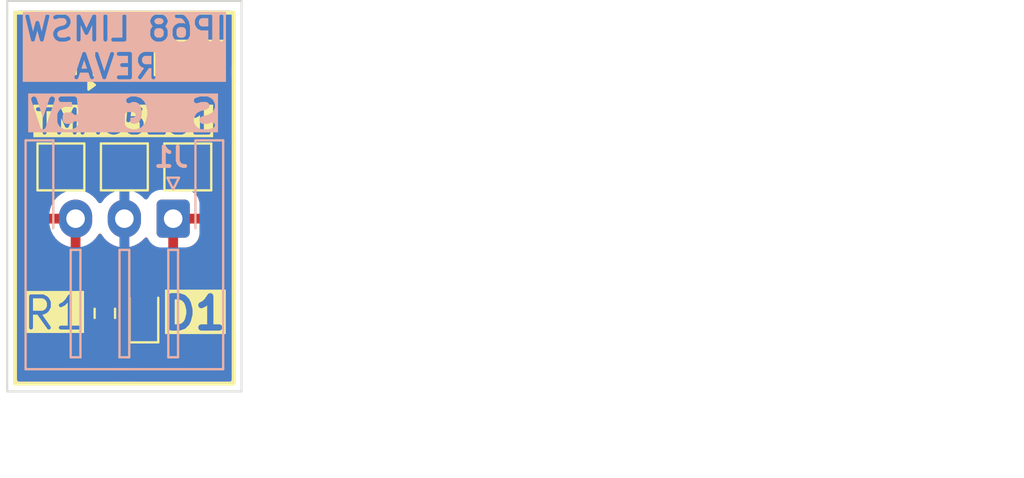
<source format=kicad_pcb>
(kicad_pcb (version 20240108) (generator "pcbnew") (generator_version "8.0")
  (title_block (title "IP68-limit-switch") (date "[24.08.20]") (rev "RevA") (company "Rack Robotics, Inc. "))
  (layers (0 "F.Cu" signal) (31 "B.Cu" signal) (34 "B.Paste" user) (35 "F.Paste" user) (36 "B.SilkS" user "B.Silkscreen") (37 "F.SilkS" user "F.Silkscreen") (38 "B.Mask" user) (39 "F.Mask" user) (44 "Edge.Cuts" user))
  (net 0 "")
  (net 1 "GND")
  (net 2 "VCC")
  (net 3 "Net-(D1-A)")
  (net 4 "SIGNAL_OUT")
  (footprint "Resistor_SMD:R_0603_1608Metric" (layer "F.Cu") (at 185 136 -90)
    (property "Reference" "R1" (at 0 2.6 0) (layer "F.SilkS" knockout) (effects (font (size 1.6 1.6) (thickness 0.2) (bold yes))))
    (property "Value" "750R")
    (fp_line (start -0.237258 0.5225) (end 0.237258 0.5225) (stroke (width 0.12)) (layer "F.SilkS"))
    (fp_line (start -0.237258 -0.5225) (end 0.237258 -0.5225) (stroke (width 0.12)) (layer "F.SilkS"))
    (pad "1" smd roundrect (at -0.825 0 270) (size 0.8 0.95) (layers "F.Cu" "F.Paste" "F.Mask") (net 3 "Net-(D1-A)"))
    (pad "2" smd roundrect (at 0.825 0 270) (size 0.8 0.95) (layers "F.Cu" "F.Paste" "F.Mask") (net 2 "VCC"))
  )
  (footprint "Package_TO_SOT_SMD:SOT-23-3" (layer "F.Cu") (at 186 123 90)
    (property "Reference" "U1" (at 0 3.8 0) (layer "F.SilkS" knockout) (effects (font (size 1.4 1.4) (thickness 0.2))))
    (property "Value" "TMAG5231" (at -3.2 0 0) (layer "F.SilkS" knockout) (effects (font (size 1.2 1.2) (thickness 0.2))))
    (fp_line (start 0 -1.56) (end 0.8 -1.56) (stroke (width 0.12)) (layer "F.SilkS"))
    (fp_line (start 0 -1.56) (end -0.8 -1.56) (stroke (width 0.12)) (layer "F.SilkS"))
    (fp_line (start 0 1.56) (end 0.8 1.56) (stroke (width 0.12)) (layer "F.SilkS"))
    (fp_line (start 0 1.56) (end -0.8 1.56) (stroke (width 0.12)) (layer "F.SilkS"))
    (fp_poly (pts (xy -1.3 -1.51) (xy -1.54 -1.84) (xy -1.06 -1.84) (xy -1.3 -1.51)) (stroke (width 0.12)) (fill solid) (layer "F.SilkS"))
    (pad "1" smd roundrect (at -1.1375 -0.95 90) (size 1.325 0.6) (layers "F.Cu" "F.Paste" "F.Mask") (net 2 "VCC"))
    (pad "2" smd roundrect (at -1.1375 0.95 90) (size 1.325 0.6) (layers "F.Cu" "F.Paste" "F.Mask") (net 4 "SIGNAL_OUT"))
    (pad "3" smd roundrect (at 1.1375 0 90) (size 1.325 0.6) (layers "F.Cu" "F.Paste" "F.Mask") (net 1 "GND"))
  )
  (footprint "Capacitor_SMD:C_0603_1608Metric" (layer "F.Cu") (at 183 123.6 -90)
    (property "Reference" "C1" (hide yes))
    (property "Value" "1 uF" (hide yes))
    (fp_line (start -0.14058 0.51) (end 0.14058 0.51) (stroke (width 0.12)) (layer "F.SilkS"))
    (fp_line (start -0.14058 -0.51) (end 0.14058 -0.51) (stroke (width 0.12)) (layer "F.SilkS"))
    (pad "1" smd roundrect (at -0.775 0 270) (size 0.9 0.95) (layers "F.Cu" "F.Paste" "F.Mask") (net 1 "GND"))
    (pad "2" smd roundrect (at 0.775 0 270) (size 0.9 0.95) (layers "F.Cu" "F.Paste" "F.Mask") (net 2 "VCC"))
  )
  (footprint "LED_SMD:LED_0603_1608Metric" (layer "F.Cu") (at 187 136 90)
    (property "Reference" "D1" (at 0 2.6 180) (layer "F.SilkS" knockout) (effects (font (size 1.6 1.6) (thickness 0.32) (bold yes))))
    (property "Value" "LED")
    (fp_line (start 0.8 -0.735) (end -1.485 -0.735) (stroke (width 0.12)) (layer "F.SilkS"))
    (fp_line (start -1.485 -0.735) (end -1.485 0.735) (stroke (width 0.12)) (layer "F.SilkS"))
    (fp_line (start -1.485 0.735) (end 0.8 0.735) (stroke (width 0.12)) (layer "F.SilkS"))
    (pad "1" smd roundrect (at -0.7875 0 90) (size 0.875 0.95) (layers "F.Cu" "F.Paste" "F.Mask") (net 4 "SIGNAL_OUT"))
    (pad "2" smd roundrect (at 0.7875 0 90) (size 0.875 0.95) (layers "F.Cu" "F.Paste" "F.Mask") (net 3 "Net-(D1-A)"))
  )
  (footprint "TestPoint:TestPoint_Pad_2.0x2.0mm" (layer "F.Cu") (at 189.25 128.5)
    (property "Reference" "TP1" (hide yes))
    (property "Value" "TestPoint" (hide yes))
    (fp_line (start -1.2 -1.2) (end 1.2 -1.2) (stroke (width 0.12)) (layer "F.SilkS"))
    (fp_line (start -1.2 1.2) (end -1.2 -1.2) (stroke (width 0.12)) (layer "F.SilkS"))
    (fp_line (start 1.2 -1.2) (end 1.2 1.2) (stroke (width 0.12)) (layer "F.SilkS"))
    (fp_line (start 1.2 1.2) (end -1.2 1.2) (stroke (width 0.12)) (layer "F.SilkS"))
    (pad "1" smd rect (at 0 0) (size 2 2) (layers "F.Cu" "F.Mask") (net 4 "SIGNAL_OUT"))
  )
  (footprint "TestPoint:TestPoint_Pad_2.0x2.0mm" (layer "F.Cu") (at 182.75 128.5)
    (property "Reference" "TP3" (hide yes))
    (property "Value" "TestPoint" (hide yes))
    (fp_line (start -1.2 -1.2) (end 1.2 -1.2) (stroke (width 0.12)) (layer "F.SilkS"))
    (fp_line (start -1.2 1.2) (end -1.2 -1.2) (stroke (width 0.12)) (layer "F.SilkS"))
    (fp_line (start 1.2 -1.2) (end 1.2 1.2) (stroke (width 0.12)) (layer "F.SilkS"))
    (fp_line (start 1.2 1.2) (end -1.2 1.2) (stroke (width 0.12)) (layer "F.SilkS"))
    (pad "1" smd rect (at 0 0) (size 2 2) (layers "F.Cu" "F.Mask") (net 2 "VCC"))
  )
  (footprint "TestPoint:TestPoint_Pad_2.0x2.0mm" (layer "F.Cu") (at 186 128.5)
    (property "Reference" "TP2" (hide yes))
    (property "Value" "TestPoint" (hide yes))
    (fp_line (start -1.2 -1.2) (end 1.2 -1.2) (stroke (width 0.12)) (layer "F.SilkS"))
    (fp_line (start -1.2 1.2) (end -1.2 -1.2) (stroke (width 0.12)) (layer "F.SilkS"))
    (fp_line (start 1.2 -1.2) (end 1.2 1.2) (stroke (width 0.12)) (layer "F.SilkS"))
    (fp_line (start 1.2 1.2) (end -1.2 1.2) (stroke (width 0.12)) (layer "F.SilkS"))
    (pad "1" smd rect (at 0 0) (size 2 2) (layers "F.Cu" "F.Mask") (net 1 "GND"))
  )
  (footprint "Connector_JST:JST_XH_S3B-XH-A-1_1x03_P2.50mm_Horizontal" (layer "B.Cu") (at 188.5 131.15 180)
    (property "Reference" "J1" (at 0.1 3.15 0) (layer "B.SilkS") (effects (font (thickness 0.2) (bold yes)) (justify mirror)))
    (property "Value" "JST-S3B-XH")
    (fp_line (start 7.56 4.01) (end 7.56 -7.71) (stroke (width 0.12)) (layer "B.SilkS"))
    (fp_line (start 7.56 -7.71) (end 2.5 -7.71) (stroke (width 0.12)) (layer "B.SilkS"))
    (fp_line (start 6.14 4.01) (end 7.56 4.01) (stroke (width 0.12)) (layer "B.SilkS"))
    (fp_line (start 6.14 -0.49) (end 6.14 4.01) (stroke (width 0.12)) (layer "B.SilkS"))
    (fp_line (start 5.25 -1.6) (end 5.25 -7.1) (stroke (width 0.12)) (layer "B.SilkS"))
    (fp_line (start 5.25 -7.1) (end 4.75 -7.1) (stroke (width 0.12)) (layer "B.SilkS"))
    (fp_line (start 4.75 -1.6) (end 5.25 -1.6) (stroke (width 0.12)) (layer "B.SilkS"))
    (fp_line (start 4.75 -7.1) (end 4.75 -1.6) (stroke (width 0.12)) (layer "B.SilkS"))
    (fp_line (start 2.75 -1.6) (end 2.75 -7.1) (stroke (width 0.12)) (layer "B.SilkS"))
    (fp_line (start 2.75 -7.1) (end 2.25 -7.1) (stroke (width 0.12)) (layer "B.SilkS"))
    (fp_line (start 2.25 -1.6) (end 2.75 -1.6) (stroke (width 0.12)) (layer "B.SilkS"))
    (fp_line (start 2.25 -7.1) (end 2.25 -1.6) (stroke (width 0.12)) (layer "B.SilkS"))
    (fp_line (start 0.3 2.1) (end -0.3 2.1) (stroke (width 0.12)) (layer "B.SilkS"))
    (fp_line (start 0.25 -1.6) (end 0.25 -7.1) (stroke (width 0.12)) (layer "B.SilkS"))
    (fp_line (start 0.25 -7.1) (end -0.25 -7.1) (stroke (width 0.12)) (layer "B.SilkS"))
    (fp_line (start 0 1.5) (end 0.3 2.1) (stroke (width 0.12)) (layer "B.SilkS"))
    (fp_line (start -0.25 -1.6) (end 0.25 -1.6) (stroke (width 0.12)) (layer "B.SilkS"))
    (fp_line (start -0.25 -7.1) (end -0.25 -1.6) (stroke (width 0.12)) (layer "B.SilkS"))
    (fp_line (start -0.3 2.1) (end 0 1.5) (stroke (width 0.12)) (layer "B.SilkS"))
    (fp_line (start -1.14 4.01) (end -2.56 4.01) (stroke (width 0.12)) (layer "B.SilkS"))
    (fp_line (start -1.14 -0.49) (end -1.14 4.01) (stroke (width 0.12)) (layer "B.SilkS"))
    (fp_line (start -2.56 4.01) (end -2.56 -7.71) (stroke (width 0.12)) (layer "B.SilkS"))
    (fp_line (start -2.56 -7.71) (end 2.5 -7.71) (stroke (width 0.12)) (layer "B.SilkS"))
    (pad "1" thru_hole roundrect (at 0 0 180) (size 1.7 1.95) (drill 0.95) (layers "*.Cu" "*.Mask") (roundrect_rratio 0.147059) (net 4 "SIGNAL_OUT"))
    (pad "2" thru_hole oval (at 2.5 0 180) (size 1.7 1.95) (drill 0.95) (layers "*.Cu" "*.Mask") (net 1 "GND"))
    (pad "3" thru_hole oval (at 5 0 180) (size 1.7 1.95) (drill 0.95) (layers "*.Cu" "*.Mask") (net 2 "VCC"))
  )
  (gr_rect (start 180.4 120.6) (end 191.6 139.6) (stroke (width 0.2)) (fill none) (layer "F.SilkS"))
  (gr_rect (start 180 120) (end 192 140) (stroke (width 0.1)) (fill none) (layer "Edge.Cuts"))
  (gr_text "S  G  5V" (at 186 125.8 0) (layer "B.SilkS" knockout) (effects (font (size 1.4 1.4) (thickness 0.28) (bold yes)) (justify mirror)))
  (gr_text "IP68 LIMSW \nREVA" (at 185.6 122.4 0) (layer "B.SilkS" knockout) (effects (font (size 1.2 1.2) (thickness 0.2) (bold yes)) (justify mirror)))
  (segment (start 185.0375 136.825) (end 185 136.7875) (width 0.2) (layer "F.Cu") (net 2))
  (segment (start 186.9625 135.175) (end 187 135.2125) (width 0.2) (layer "F.Cu") (net 3))
  (segment (start 185 135.175) (end 186.9625 135.175) (width 0.2) (layer "F.Cu") (net 3))
  (zone (net 2) (net_name "VCC") (layer "F.Cu") (priority 1) (connect_pads (clearance 0.5)) (min_thickness 0.2) (fill yes (thermal_gap 0.5) (thermal_bridge_width 0.5))
    (polygon (pts (xy 180.2 123.6) (xy 185.4 123.6) (xy 185.4 125) (xy 184.4 125) (xy 184.4 134.4) (xy 185.6 134.4) (xy 185.6 139.8) (xy 180.2 139.8)))
  )
  (zone (net 1) (net_name "GND") (layer "F.Cu") (priority 3) (connect_pads (clearance 0.5)) (min_thickness 0.2) (fill yes (thermal_gap 0.5) (thermal_bridge_width 0.5))
    (polygon (pts (xy 180.2 120.2) (xy 191.8 120.2) (xy 191.8 123.4) (xy 186.6 123.4) (xy 186.6 125) (xy 187.6 125) (xy 187.6 134.4) (xy 184.4 134.4) (xy 184.4 125) (xy 185.4 125) (xy 185.4 123.4) (xy 180.2 123.4)))
  )
  (zone (net 4) (net_name "SIGNAL_OUT") (layer "F.Cu") (priority 2) (connect_pads (clearance 0.5)) (min_thickness 0.2) (fill yes (thermal_gap 0.5) (thermal_bridge_width 0.5))
    (polygon (pts (xy 191.8 123.6) (xy 186.6 123.6) (xy 186.6 125) (xy 187.6 125) (xy 187.6 134.4) (xy 186.4 134.4) (xy 186.4 139.8) (xy 191.8 139.8)))
  )
  (zone (net 1) (net_name "GND") (layer "B.Cu") (connect_pads (clearance 0.5)) (min_thickness 0.25) (fill yes (thermal_gap 0.5) (thermal_bridge_width 0.5))
    (polygon (pts (xy 191.8 120.2) (xy 180.2 120.2) (xy 180.2 139.8) (xy 191.8 139.8)))
  )
)
</source>
